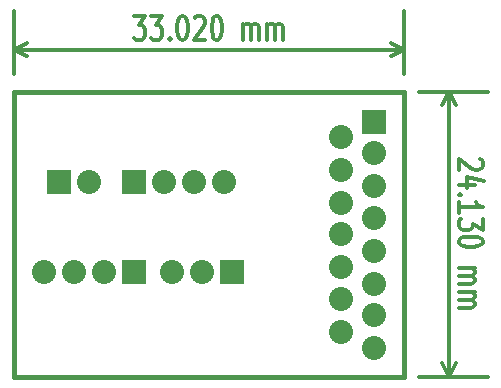
<source format=gts>
G04 (created by PCBNEW-RS274X (2012-01-19 BZR 3256)-stable) date 30/10/2012 22:31:02*
G01*
G70*
G90*
%MOIN*%
G04 Gerber Fmt 3.4, Leading zero omitted, Abs format*
%FSLAX34Y34*%
G04 APERTURE LIST*
%ADD10C,0.006000*%
%ADD11C,0.012000*%
%ADD12C,0.015000*%
%ADD13R,0.080000X0.080000*%
%ADD14C,0.080000*%
G04 APERTURE END LIST*
G54D10*
G54D11*
X31987Y-12485D02*
X32358Y-12485D01*
X32158Y-12790D01*
X32244Y-12790D01*
X32301Y-12828D01*
X32330Y-12866D01*
X32358Y-12942D01*
X32358Y-13132D01*
X32330Y-13209D01*
X32301Y-13247D01*
X32244Y-13285D01*
X32072Y-13285D01*
X32015Y-13247D01*
X31987Y-13209D01*
X32558Y-12485D02*
X32929Y-12485D01*
X32729Y-12790D01*
X32815Y-12790D01*
X32872Y-12828D01*
X32901Y-12866D01*
X32929Y-12942D01*
X32929Y-13132D01*
X32901Y-13209D01*
X32872Y-13247D01*
X32815Y-13285D01*
X32643Y-13285D01*
X32586Y-13247D01*
X32558Y-13209D01*
X33186Y-13209D02*
X33214Y-13247D01*
X33186Y-13285D01*
X33157Y-13247D01*
X33186Y-13209D01*
X33186Y-13285D01*
X33586Y-12485D02*
X33643Y-12485D01*
X33700Y-12523D01*
X33729Y-12561D01*
X33758Y-12637D01*
X33786Y-12790D01*
X33786Y-12980D01*
X33758Y-13132D01*
X33729Y-13209D01*
X33700Y-13247D01*
X33643Y-13285D01*
X33586Y-13285D01*
X33529Y-13247D01*
X33500Y-13209D01*
X33472Y-13132D01*
X33443Y-12980D01*
X33443Y-12790D01*
X33472Y-12637D01*
X33500Y-12561D01*
X33529Y-12523D01*
X33586Y-12485D01*
X34014Y-12561D02*
X34043Y-12523D01*
X34100Y-12485D01*
X34243Y-12485D01*
X34300Y-12523D01*
X34329Y-12561D01*
X34357Y-12637D01*
X34357Y-12713D01*
X34329Y-12828D01*
X33986Y-13285D01*
X34357Y-13285D01*
X34728Y-12485D02*
X34785Y-12485D01*
X34842Y-12523D01*
X34871Y-12561D01*
X34900Y-12637D01*
X34928Y-12790D01*
X34928Y-12980D01*
X34900Y-13132D01*
X34871Y-13209D01*
X34842Y-13247D01*
X34785Y-13285D01*
X34728Y-13285D01*
X34671Y-13247D01*
X34642Y-13209D01*
X34614Y-13132D01*
X34585Y-12980D01*
X34585Y-12790D01*
X34614Y-12637D01*
X34642Y-12561D01*
X34671Y-12523D01*
X34728Y-12485D01*
X35642Y-13285D02*
X35642Y-12751D01*
X35642Y-12828D02*
X35670Y-12790D01*
X35728Y-12751D01*
X35813Y-12751D01*
X35870Y-12790D01*
X35899Y-12866D01*
X35899Y-13285D01*
X35899Y-12866D02*
X35928Y-12790D01*
X35985Y-12751D01*
X36070Y-12751D01*
X36128Y-12790D01*
X36156Y-12866D01*
X36156Y-13285D01*
X36442Y-13285D02*
X36442Y-12751D01*
X36442Y-12828D02*
X36470Y-12790D01*
X36528Y-12751D01*
X36613Y-12751D01*
X36670Y-12790D01*
X36699Y-12866D01*
X36699Y-13285D01*
X36699Y-12866D02*
X36728Y-12790D01*
X36785Y-12751D01*
X36870Y-12751D01*
X36928Y-12790D01*
X36956Y-12866D01*
X36956Y-13285D01*
X28000Y-13601D02*
X41000Y-13601D01*
X28000Y-14400D02*
X28000Y-12321D01*
X41000Y-14400D02*
X41000Y-12321D01*
X41000Y-13601D02*
X40557Y-13831D01*
X41000Y-13601D02*
X40557Y-13371D01*
X28000Y-13601D02*
X28443Y-13831D01*
X28000Y-13601D02*
X28443Y-13371D01*
G54D12*
X28000Y-24500D02*
X41000Y-24500D01*
X41000Y-15000D02*
X28000Y-15000D01*
X28000Y-24500D02*
X28000Y-15000D01*
X28000Y-15000D02*
X28000Y-24500D01*
G54D11*
X43539Y-17265D02*
X43577Y-17294D01*
X43615Y-17351D01*
X43615Y-17494D01*
X43577Y-17551D01*
X43539Y-17580D01*
X43463Y-17608D01*
X43387Y-17608D01*
X43272Y-17580D01*
X42815Y-17237D01*
X42815Y-17608D01*
X43349Y-18122D02*
X42815Y-18122D01*
X43653Y-17979D02*
X43082Y-17836D01*
X43082Y-18208D01*
X42891Y-18436D02*
X42853Y-18464D01*
X42815Y-18436D01*
X42853Y-18407D01*
X42891Y-18436D01*
X42815Y-18436D01*
X42815Y-19036D02*
X42815Y-18693D01*
X42815Y-18865D02*
X43615Y-18865D01*
X43501Y-18808D01*
X43425Y-18750D01*
X43387Y-18693D01*
X43615Y-19236D02*
X43615Y-19607D01*
X43310Y-19407D01*
X43310Y-19493D01*
X43272Y-19550D01*
X43234Y-19579D01*
X43158Y-19607D01*
X42968Y-19607D01*
X42891Y-19579D01*
X42853Y-19550D01*
X42815Y-19493D01*
X42815Y-19321D01*
X42853Y-19264D01*
X42891Y-19236D01*
X43615Y-19978D02*
X43615Y-20035D01*
X43577Y-20092D01*
X43539Y-20121D01*
X43463Y-20150D01*
X43310Y-20178D01*
X43120Y-20178D01*
X42968Y-20150D01*
X42891Y-20121D01*
X42853Y-20092D01*
X42815Y-20035D01*
X42815Y-19978D01*
X42853Y-19921D01*
X42891Y-19892D01*
X42968Y-19864D01*
X43120Y-19835D01*
X43310Y-19835D01*
X43463Y-19864D01*
X43539Y-19892D01*
X43577Y-19921D01*
X43615Y-19978D01*
X42815Y-20892D02*
X43349Y-20892D01*
X43272Y-20892D02*
X43310Y-20920D01*
X43349Y-20978D01*
X43349Y-21063D01*
X43310Y-21120D01*
X43234Y-21149D01*
X42815Y-21149D01*
X43234Y-21149D02*
X43310Y-21178D01*
X43349Y-21235D01*
X43349Y-21320D01*
X43310Y-21378D01*
X43234Y-21406D01*
X42815Y-21406D01*
X42815Y-21692D02*
X43349Y-21692D01*
X43272Y-21692D02*
X43310Y-21720D01*
X43349Y-21778D01*
X43349Y-21863D01*
X43310Y-21920D01*
X43234Y-21949D01*
X42815Y-21949D01*
X43234Y-21949D02*
X43310Y-21978D01*
X43349Y-22035D01*
X43349Y-22120D01*
X43310Y-22178D01*
X43234Y-22206D01*
X42815Y-22206D01*
X42499Y-15000D02*
X42499Y-24500D01*
X41500Y-15000D02*
X43779Y-15000D01*
X41500Y-24500D02*
X43779Y-24500D01*
X42499Y-24500D02*
X42269Y-24057D01*
X42499Y-24500D02*
X42729Y-24057D01*
X42499Y-15000D02*
X42269Y-15443D01*
X42499Y-15000D02*
X42729Y-15443D01*
G54D12*
X41000Y-15000D02*
X41000Y-24500D01*
G54D13*
X40000Y-16000D03*
G54D14*
X40000Y-17050D03*
X40000Y-18150D03*
X40000Y-19200D03*
X40000Y-20300D03*
X40000Y-21400D03*
X40000Y-22450D03*
X40000Y-23550D03*
X38900Y-16500D03*
X38900Y-17600D03*
X38900Y-18700D03*
X38900Y-19750D03*
X38900Y-20850D03*
X38900Y-21900D03*
X38900Y-23000D03*
G54D13*
X29500Y-18000D03*
G54D14*
X30500Y-18000D03*
G54D13*
X32000Y-18000D03*
G54D14*
X33000Y-18000D03*
X34000Y-18000D03*
X35000Y-18000D03*
G54D13*
X35250Y-21000D03*
G54D14*
X34250Y-21000D03*
X33250Y-21000D03*
G54D13*
X32000Y-21000D03*
G54D14*
X31000Y-21000D03*
X30000Y-21000D03*
X29000Y-21000D03*
M02*

</source>
